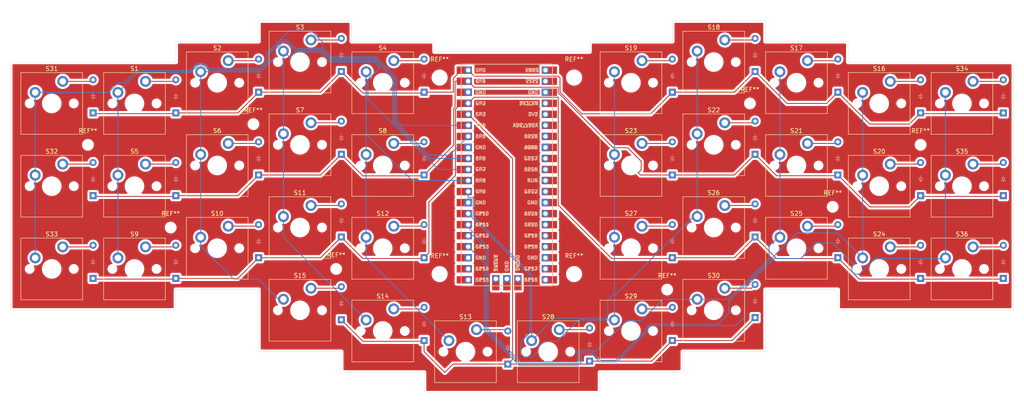
<source format=kicad_pcb>
(kicad_pcb (version 20240108) (generator "pcbnew") (generator_version "8.0")
  (layers (0 "F.Cu" signal) (31 "B.Cu" signal) (34 "B.Paste" user) (35 "F.Paste" user) (36 "B.SilkS" user "B.Silkscreen") (37 "F.SilkS" user "F.Silkscreen") (38 "B.Mask" user) (39 "F.Mask" user) (44 "Edge.Cuts" user))
  (net 0 "")
  (net 1 "/row0")
  (net 2 "Net-(D1-A)")
  (net 3 "Net-(D2-A)")
  (net 4 "Net-(D3-A)")
  (net 5 "Net-(D4-A)")
  (net 6 "Net-(D5-A)")
  (net 7 "/row1")
  (net 8 "Net-(D6-A)")
  (net 9 "Net-(D7-A)")
  (net 10 "Net-(D8-A)")
  (net 11 "/row2")
  (net 12 "Net-(D9-A)")
  (net 13 "Net-(D10-A)")
  (net 14 "Net-(D11-A)")
  (net 15 "Net-(D12-A)")
  (net 16 "/row3")
  (net 17 "Net-(D13-A)")
  (net 18 "Net-(D14-A)")
  (net 19 "Net-(D15-A)")
  (net 20 "Net-(D16-A)")
  (net 21 "Net-(D17-A)")
  (net 22 "Net-(D18-A)")
  (net 23 "Net-(D19-A)")
  (net 24 "Net-(D20-A)")
  (net 25 "Net-(D21-A)")
  (net 26 "Net-(D22-A)")
  (net 27 "Net-(D23-A)")
  (net 28 "Net-(D24-A)")
  (net 29 "Net-(D25-A)")
  (net 30 "Net-(D26-A)")
  (net 31 "Net-(D27-A)")
  (net 32 "Net-(D28-A)")
  (net 33 "Net-(D29-A)")
  (net 34 "Net-(D30-A)")
  (net 35 "Net-(D31-A)")
  (net 36 "Net-(D32-A)")
  (net 37 "Net-(D33-A)")
  (net 38 "Net-(D34-A)")
  (net 39 "Net-(D35-A)")
  (net 40 "Net-(D36-A)")
  (net 41 "/col1")
  (net 42 "/col2")
  (net 43 "/col3")
  (net 44 "/col4")
  (net 45 "/col8")
  (net 46 "/col7")
  (net 47 "/col6")
  (net 48 "/col5")
  (net 49 "/col0")
  (net 50 "/col9")
  (footprint "ScottoKeebs_MX:MX_PCB_1.00u" (layer "F.Cu") (at 164.1475 100.33)
    (property "Reference" "S29")
    (property "Value" "Keyswitch")
  )
  (footprint "MountingHole:MountingHole_2.2mm_M2" (layer "F.Cu") (at 58.181875 76.5175)
    (property "Reference" "REF**")
    (property "Value" "MountingHole_2.2mm_M2")
  )
  (footprint "ScottoKeebs_MX:MX_PCB_1.00u" (layer "F.Cu") (at 183.1975 57.4675)
    (property "Reference" "S22")
    (property "Value" "Keyswitch")
  )
  (footprint "ScottoKeebs_MX:MX_PCB_1.00u" (layer "F.Cu") (at 49.8475 66.9925)
    (property "Reference" "S5")
    (property "Value" "Keyswitch")
  )
  (footprint "ScottoKeebs_MX:MX_PCB_1.00u" (layer "F.Cu") (at 30.7975 86.0425)
    (property "Reference" "S33")
    (property "Value" "Keyswitch")
  )
  (footprint "ScottoKeebs_MX:MX_PCB_1.00u" (layer "F.Cu") (at 183.1975 95.5675)
    (property "Reference" "S30")
    (property "Value" "Keyswitch")
  )
  (footprint "ScottoKeebs_MX:MX_PCB_1.00u" (layer "F.Cu") (at 183.1975 76.5175)
    (property "Reference" "S26")
    (property "Value" "Keyswitch")
  )
  (footprint "MountingHole:MountingHole_2.2mm_M2" (layer "F.Cu") (at 39.131875 57.4675)
    (property "Reference" "REF**")
    (property "Value" "MountingHole_2.2mm_M2")
  )
  (footprint "ScottoKeebs_MX:MX_PCB_1.00u" (layer "F.Cu") (at 68.8975 43.18)
    (property "Reference" "S2")
    (property "Value" "Keyswitch")
  )
  (footprint "MountingHole:MountingHole_2.2mm_M2" (layer "F.Cu") (at 172.481875 90.805)
    (property "Reference" "REF**")
    (property "Value" "MountingHole_2.2mm_M2")
  )
  (footprint "ScottoKeebs_MX:MX_PCB_1.00u" (layer "F.Cu") (at 183.1975 38.4175)
    (property "Reference" "S18")
    (property "Value" "Keyswitch")
  )
  (footprint "ScottoKeebs_MX:MX_PCB_1.00u" (layer "F.Cu") (at 106.9975 100.33)
    (property "Reference" "S14")
    (property "Value" "Keyswitch")
  )
  (footprint "ScottoKeebs_MX:MX_PCB_1.00u" (layer "F.Cu") (at 87.9475 76.5175)
    (property "Reference" "S11")
    (property "Value" "Keyswitch")
  )
  (footprint "ScottoKeebs_MX:MX_PCB_1.00u" (layer "F.Cu") (at 164.1475 43.18)
    (property "Reference" "S19")
    (property "Value" "Keyswitch")
  )
  (footprint "ScottoKeebs_MX:MX_PCB_1.00u" (layer "F.Cu") (at 164.1475 62.23)
    (property "Reference" "S23")
    (property "Value" "Keyswitch")
  )
  (footprint "ScottoKeebs_MX:MX_PCB_1.00u" (layer "F.Cu") (at 106.9975 81.28)
    (property "Reference" "S12")
    (property "Value" "Keyswitch")
  )
  (footprint "ScottoKeebs_MX:MX_PCB_1.00u" (layer "F.Cu") (at 145.0975 105.0925)
    (property "Reference" "S28")
    (property "Value" "Keyswitch")
  )
  (footprint "ScottoKeebs_MX:MX_PCB_1.00u" (layer "F.Cu") (at 240.3475 66.9925)
    (property "Reference" "S35")
    (property "Value" "Keyswitch")
  )
  (footprint "ScottoKeebs_MX:MX_PCB_1.00u" (layer "F.Cu") (at 221.2975 47.9425)
    (property "Reference" "S16")
    (property "Value" "Keyswitch")
  )
  (footprint "MountingHole:MountingHole_3.2mm_M3" (layer "F.Cu") (at 151.050625 41.989375)
    (property "Reference" "REF**")
    (property "Value" "MountingHole_3.2mm_M3")
  )
  (footprint "ScottoKeebs_MX:MX_PCB_1.00u" (layer "F.Cu") (at 68.8975 81.28)
    (property "Reference" "S10")
    (property "Value" "Keyswitch")
  )
  (footprint "MountingHole:MountingHole_3.2mm_M3" (layer "F.Cu") (at 120.094375 87.233125)
    (property "Reference" "REF**")
    (property "Value" "MountingHole_3.2mm_M3")
  )
  (footprint "MountingHole:MountingHole_2.2mm_M2" (layer "F.Cu") (at 77.231875 52.705)
    (property "Reference" "REF**")
    (property "Value" "MountingHole_2.2mm_M2")
  )
  (footprint "ScottoKeebs_MX:MX_PCB_1.00u" (layer "F.Cu") (at 202.2475 81.28)
    (property "Reference" "S25")
    (property "Value" "Keyswitch")
  )
  (footprint "ScottoKeebs_MX:MX_PCB_1.00u" (layer "F.Cu") (at 87.9475 95.5675)
    (property "Reference" "S15")
    (property "Value" "Keyswitch")
  )
  (footprint "MountingHole:MountingHole_3.2mm_M3" (layer "F.Cu") (at 151.050625 87.233125)
    (property "Reference" "REF**")
    (property "Value" "MountingHole_3.2mm_M3")
  )
  (footprint "ScottoKeebs_MX:MX_PCB_1.00u" (layer "F.Cu") (at 221.2975 66.9925)
    (property "Reference" "S20")
    (property "Value" "Keyswitch")
  )
  (footprint "MountingHole:MountingHole_2.2mm_M2" (layer "F.Cu") (at 230.8225 57.4675)
    (property "Reference" "REF**")
    (property "Value" "MountingHole_2.2mm_M2")
  )
  (footprint "ScottoKeebs_MX:MX_PCB_1.00u" (layer "F.Cu") (at 221.2975 86.0425)
    (property "Reference" "S24")
    (property "Value" "Keyswitch")
  )
  (footprint "ScottoKeebs_MX:MX_PCB_1.00u" (layer "F.Cu") (at 202.2475 43.18)
    (property "Reference" "S17")
    (property "Value" "Keyswitch")
  )
  (footprint "ScottoKeebs_MX:MX_PCB_1.00u" (layer "F.Cu") (at 240.3475 47.9425)
    (property "Reference" "S34")
    (property "Value" "Keyswitch")
  )
  (footprint "ScottoKeebs_MX:MX_PCB_1.00u" (layer "F.Cu") (at 240.3475 86.0425)
    (property "Reference" "S36")
    (property "Value" "Keyswitch")
  )
  (footprint "ScottoKeebs_MX:MX_PCB_1.00u" (layer "F.Cu") (at 202.2475 62.23)
    (property "Reference" "S21")
    (property "Value" "Keyswitch")
  )
  (footprint "ScottoKeebs_MX:MX_PCB_1.00u" (layer "F.Cu") (at 87.9475 38.4175)
    (property "Reference" "S3")
    (property "Value" "Keyswitch")
  )
  (footprint "MountingHole:MountingHole_3.2mm_M3" (layer "F.Cu") (at 120.094375 41.989375)
    (property "Reference" "REF**")
    (property "Value" "MountingHole_3.2mm_M3")
  )
  (footprint "ScottoKeebs_MX:MX_PCB_1.00u" (layer "F.Cu") (at 49.8475 86.0425)
    (property "Reference" "S9")
    (property "Value" "Keyswitch")
  )
  (footprint "MountingHole:MountingHole_2.2mm_M2" (layer "F.Cu") (at 210.581875 71.755)
    (property "Reference" "REF**")
    (property "Value" "MountingHole_2.2mm_M2")
  )
  (footprint "ScottoKeebs_MX:MX_PCB_1.00u" (layer "F.Cu") (at 49.8475 47.9425)
    (property "Reference" "S1")
    (property "Value" "Keyswitch")
  )
  (footprint "ScottoKeebs_MX:MX_PCB_1.00u" (layer "F.Cu") (at 87.9475 57.4675)
    (property "Reference" "S7")
    (property "Value" "Keyswitch")
  )
  (footprint "ScottoKeebs_MX:MX_PCB_1.00u" (layer "F.Cu") (at 30.7975 66.9925)
    (property "Reference" "S32")
    (property "Value" "Keyswitch")
  )
  (footprint "ScottoKeebs_MX:MX_PCB_1.00u" (layer "F.Cu") (at 106.9975 43.18)
    (property "Reference" "S4")
    (property "Value" "Keyswitch")
  )
  (footprint "ScottoKeebs_MX:MX_PCB_1.00u" (layer "F.Cu") (at 106.9975 62.23)
    (property "Reference" "S8")
    (property "Value" "Keyswitch")
  )
  (footprint "ScottoKeebs_MX:MX_PCB_1.00u" (layer "F.Cu") (at 126.0475 105.0925)
    (property "Reference" "S13")
    (property "Value" "Keyswitch")
  )
  (footprint "ScottoKeebs_MX:MX_PCB_1.00u" (layer "F.Cu") (at 68.8975 62.23)
    (property "Reference" "S6")
    (property "Value" "Keyswitch")
  )
  (footprint "MountingHole:MountingHole_2.2mm_M2" (layer "F.Cu") (at 191.531875 47.9425)
    (property "Reference" "REF**")
    (property "Value" "MountingHole_2.2mm_M2")
  )
  (footprint "ScottoKeebs_MX:MX_PCB_1.00u" (layer "F.Cu") (at 30.7975 47.9425)
    (property "Reference" "S31")
    (property "Value" "Keyswitch")
  )
  (footprint "ScottoKeebs_MCU:Raspberry_Pi_Pico" (layer "F.Cu") (at 135.5725 64.4175)
    (property "Reference" "U1" (hide yes))
    (property "Value" "Raspberry_Pi_Pico" (hide yes))
  )
  (footprint "ScottoKeebs_MX:MX_PCB_1.00u" (layer "F.Cu") (at 164.1475 81.28)
    (property "Reference" "S27")
    (property "Value" "Keyswitch")
  )
  (footprint "MountingHole:MountingHole_2.2mm_M2" (layer "F.Cu") (at 96.281875 86.0425)
    (property "Reference" "REF**")
    (property "Value" "MountingHole_2.2mm_M2")
  )
  (footprint "ScottoKeebs_Components:Diode_DO-35" (layer "B.Cu") (at 116.5225 64.40875 90)
    (property "Reference" "D8" (hide yes))
    (property "Value" "Diode" (hide yes))
  )
  (footprint "ScottoKeebs_Components:Diode_DO-35" (layer "B.Cu") (at 192.7225 59.64625 90)
    (property "Reference" "D22" (hide yes))
    (property "Value" "Diode" (hide yes))
  )
  (footprint "ScottoKeebs_Components:Diode_DO-35" (layer "B.Cu") (at 59.3725 69.17125 90)
    (property "Reference" "D5" (hide yes))
    (property "Value" "Diode" (hide yes))
  )
  (footprint "ScottoKeebs_Components:Diode_DO-35" (layer "B.Cu") (at 173.6725 45.35875 90)
    (property "Reference" "D19" (hide yes))
    (property "Value" "Diode" (hide yes))
  )
  (footprint "ScottoKeebs_Components:Diode_DO-35" (layer "B.Cu") (at 211.7725 64.40875 90)
    (property "Reference" "D21" (hide yes))
    (property "Value" "Diode" (hide yes))
  )
  (footprint "ScottoKeebs_Components:Diode_DO-35" (layer "B.Cu") (at 78.4225 64.40875 90)
    (property "Reference" "D6" (hide yes))
    (property "Value" "Diode" (hide yes))
  )
  (footprint "ScottoKeebs_Components:Diode_DO-35" (layer "B.Cu") (at 192.7225 40.59625 90)
    (property "Reference" "D18" (hide yes))
    (property "Value" "Diode" (hide yes))
  )
  (footprint "ScottoKeebs_Components:Diode_DO-35" (layer "B.Cu") (at 116.5225 83.45875 90)
    (property "Reference" "D12" (hide yes))
    (property "Value" "Diode" (hide yes))
  )
  (footprint "ScottoKeebs_Components:Diode_DO-35" (layer "B.Cu") (at 97.4725 59.64625 90)
    (property "Reference" "D7" (hide yes))
    (property "Value" "Diode" (hide yes))
  )
  (footprint "ScottoKeebs_Components:Diode_DO-35" (layer "B.Cu") (at 40.3225 50.12125 90)
    (property "Reference" "D31" (hide yes))
    (property "Value" "Diode" (hide yes))
  )
  (footprint "ScottoKeebs_Components:Diode_DO-35" (layer "B.Cu") (at 116.5225 45.35875 90)
    (property "Reference" "D4" (hide yes))
    (property "Value" "Diode" (hide yes))
  )
  (footprint "ScottoKeebs_Components:Diode_DO-35" (layer "B.Cu") (at 97.4725 97.74625 90)
    (property "Reference" "D15" (hide yes))
    (property "Value" "Diode" (hide yes))
  )
  (footprint "ScottoKeebs_Components:Diode_DO-35" (layer "B.Cu") (at 192.7225 97.24625 90)
    (property "Reference" "D30" (hide yes))
    (property "Value" "Diode" (hide yes))
  )
  (footprint "ScottoKeebs_Components:Diode_DO-35" (layer "B.Cu") (at 211.7725 83.45875 90)
    (property "Reference" "D25" (hide yes))
    (property "Value" "Diode" (hide yes))
  )
  (footprint "ScottoKeebs_Components:Diode_DO-35" (layer "B.Cu") (at 173.6725 64.40875 90)
    (property "Reference" "D23" (hide yes))
    (property "Value" "Diode" (hide yes))
  )
  (footprint "ScottoKeebs_Components:Diode_DO-35" (layer "B.Cu") (at 249.8725 50.12125 90)
    (property "Reference" "D34" (hide yes))
    (property "Value" "Diode" (hide yes))
  )
  (footprint "ScottoKeebs_Components:Diode_DO-35" (layer "B.Cu") (at 135.79125 107.95 90)
    (property "Reference" "D13" (hide yes))
    (property "Value" "Diode" (hide yes))
  )
  (footprint "ScottoKeebs_Components:Diode_DO-35" (layer "B.Cu") (at 59.3725 88.22125 90)
    (property "Reference" "D9" (hide yes))
    (property "Value" "Diode" (hide yes))
  )
  (footprint "ScottoKeebs_Components:Diode_DO-35" (layer "B.Cu") (at 230.8225 88.22125 90)
    (property "Reference" "D24" (hide yes))
    (property "Value" "Diode" (hide yes))
  )
  (footprint "ScottoKeebs_Components:Diode_DO-35" (layer "B.Cu") (at 40.3225 69.17125 90)
    (property "Reference" "D32" (hide yes))
    (property "Value" "Diode" (hide yes))
  )
  (footprint "ScottoKeebs_Components:Diode_DO-35" (layer "B.Cu") (at 211.7725 45.35875 90)
    (property "Reference" "D17" (hide yes))
    (property "Value" "Diode" (hide yes))
  )
  (footprint "ScottoKeebs_Components:Diode_DO-35" (layer "B.Cu") (at 173.6725 83.45875 90)
    (property "Reference" "D27" (hide yes))
    (property "Value" "Diode" (hide yes))
  )
  (footprint "ScottoKeebs_Components:Diode_DO-35" (layer "B.Cu") (at 116.5225 102.50875 90)
    (property "Reference" "D14" (hide yes))
    (property "Value" "Diode" (hide yes))
  )
  (footprint "ScottoKeebs_Components:Diode_DO-35" (layer "B.Cu") (at 249.8725 88.22125 90)
    (property "Reference" "D36" (hide yes))
    (property "Value" "Diode" (hide yes))
  )
  (footprint "ScottoKeebs_Components:Diode_DO-35" (layer "B.Cu") (at 78.4225 83.45875 90)
    (property "Reference" "D10" (hide yes))
    (property "Value" "Diode" (hide yes))
  )
  (footprint "ScottoKeebs_Components:Diode_DO-35" (layer "B.Cu") (at 78.4225 45.35875 90)
    (property "Reference" "D2" (hide yes))
    (property "Value" "Diode" (hide yes))
  )
  (footprint "ScottoKeebs_Components:Diode_DO-35" (layer "B.Cu") (at 249.8725 69.17125 90)
    (property "Reference" "D35" (hide yes))
    (property "Value" "Diode" (hide yes))
  )
  (footprint "ScottoKeebs_Components:Diode_DO-35" (layer "B.Cu") (at 230.8225 50.12125 90)
    (property "Reference" "D16" (hide yes))
    (property "Value" "Diode" (hide yes))
  )
  (footprint "ScottoKeebs_Components:Diode_DO-35" (layer "B.Cu") (at 192.7225 78.69625 90)
    (property "Reference" "D26" (hide yes))
    (property "Value" "Diode" (hide yes))
  )
  (footprint "ScottoKeebs_Components:Diode_DO-35" (layer "B.Cu") (at 59.3725 50.12125 90)
    (property "Reference" "D1" (hide yes))
    (property "Value" "Diode" (hide yes))
  )
  (footprint "ScottoKeebs_Components:Diode_DO-35" (layer "B.Cu") (at 230.8225 69.17125 90)
    (property "Reference" "D20" (hide yes))
    (property "Value" "Diode" (hide yes))
  )
  (footprint "ScottoKeebs_Components:Diode_DO-35" (layer "B.Cu") (at 154.6225 107.27125 90)
    (property "Reference" "D28" (hide yes))
    (property "Value" "Diode" (hide yes))
  )
  (footprint "ScottoKeebs_Components:Diode_DO-35" (layer "B.Cu") (at 97.4725 78.69625 90)
    (property "Reference" "D11" (hide yes))
    (property "Value" "Diode" (hide yes))
  )
  (footprint "ScottoKeebs_Components:Diode_DO-35" (layer "B.Cu") (at 97.4725 40.59625 90)
    (property "Reference" "D3" (hide yes))
    (property "Value" "Diode" (hide yes))
  )
  (footprint "ScottoKeebs_Components:Diode_DO-35" (layer "B.Cu") (at 173.6725 102.50875 90)
    (property "Reference" "D29" (hide yes))
    (property "Value" "Diode" (hide yes))
  )
  (footprint "ScottoKeebs_Components:Diode_DO-35" (layer "B.Cu") (at 40.3225 88.22125 90)
    (property "Reference" "D33" (hide yes))
    (property "Value" "Diode" (hide yes))
  )
  (gr_line (start 97.4725 28.8925) (end 99.85375 28.8925) (stroke (width 0.05)) (layer "Edge.Cuts"))
  (gr_line (start 211.7725 90.805) (end 195.10375 90.805) (stroke (width 0.05)) (layer "Edge.Cuts"))
  (gr_line (start 59.3725 95.5675) (end 21.2725 95.5675) (stroke (width 0.05)) (layer "Edge.Cuts"))
  (gr_line (start 59.3725 38.4175) (end 59.3725 33.655) (stroke (width 0.05)) (layer "Edge.Cuts"))
  (gr_line (start 211.7725 95.5675) (end 211.7725 90.805) (stroke (width 0.05)) (layer "Edge.Cuts"))
  (gr_line (start 59.3725 33.655) (end 78.4225 33.655) (stroke (width 0.05)) (layer "Edge.Cuts"))
  (gr_line (start 118.90375 33.655) (end 118.90375 36.03625) (stroke (width 0.05)) (layer "Edge.Cuts"))
  (gr_line (start 214.15375 33.655) (end 214.15375 38.4175) (stroke (width 0.05)) (layer "Edge.Cuts"))
  (gr_line (start 252.25375 95.5675) (end 211.7725 95.5675) (stroke (width 0.05)) (layer "Edge.Cuts"))
  (gr_line (start 154.6225 36.03625) (end 154.6225 33.655) (stroke (width 0.05)) (layer "Edge.Cuts"))
  (gr_line (start 195.10375 33.655) (end 214.15375 33.655) (stroke (width 0.05)) (layer "Edge.Cuts"))
  (gr_line (start 78.4225 105.0925) (end 78.4225 90.805) (stroke (width 0.05)) (layer "Edge.Cuts"))
  (gr_line (start 173.6725 28.8925) (end 192.7225 28.8925) (stroke (width 0.05)) (layer "Edge.Cuts"))
  (gr_line (start 97.4725 105.0925) (end 78.4225 105.0925) (stroke (width 0.05)) (layer "Edge.Cuts"))
  (gr_line (start 195.10375 28.8925) (end 195.10375 33.655) (stroke (width 0.05)) (layer "Edge.Cuts"))
  (gr_line (start 78.4225 33.655) (end 78.4225 28.8925) (stroke (width 0.05)) (layer "Edge.Cuts"))
  (gr_line (start 173.6725 33.655) (end 154.6225 33.655) (stroke (width 0.05)) (layer "Edge.Cuts"))
  (gr_line (start 118.90375 36.03625) (end 154.6225 36.03625) (stroke (width 0.05)) (layer "Edge.Cuts"))
  (gr_line (start 195.10375 90.805) (end 195.10375 105.0925) (stroke (width 0.05)) (layer "Edge.Cuts"))
  (gr_line (start 157.00375 114.6175) (end 116.5225 114.6175) (stroke (width 0.05)) (layer "Edge.Cuts"))
  (gr_line (start 157.00375 109.855) (end 157.00375 114.6175) (stroke (width 0.05)) (layer "Edge.Cuts"))
  (gr_line (start 97.4725 109.855) (end 97.4725 105.0925) (stroke (width 0.05)) (layer "Edge.Cuts"))
  (gr_line (start 173.6725 33.655) (end 173.6725 28.8925) (stroke (width 0.05)) (layer "Edge.Cuts"))
  (gr_line (start 252.25375 38.4175) (end 252.25375 95.5675) (stroke (width 0.05)) (layer "Edge.Cuts"))
  (gr_line (start 176.05375 109.855) (end 157.00375 109.855) (stroke (width 0.05)) (layer "Edge.Cuts"))
  (gr_line (start 116.5225 114.6175) (end 116.5225 109.855) (stroke (width 0.05)) (layer "Edge.Cuts"))
  (gr_line (start 116.5225 109.855) (end 97.4725 109.855) (stroke (width 0.05)) (layer "Edge.Cuts"))
  (gr_line (start 176.05375 105.0925) (end 176.05375 109.855) (stroke (width 0.05)) (layer "Edge.Cuts"))
  (gr_line (start 78.4225 28.8925) (end 97.4725 28.8925) (stroke (width 0.05)) (layer "Edge.Cuts"))
  (gr_line (start 195.10375 105.0925) (end 176.05375 105.0925) (stroke (width 0.05)) (layer "Edge.Cuts"))
  (gr_line (start 214.15375 38.4175) (end 252.25375 38.4175) (stroke (width 0.05)) (layer "Edge.Cuts"))
  (gr_line (start 59.3725 90.805) (end 59.3725 95.5675) (stroke (width 0.05)) (layer "Edge.Cuts"))
  (gr_line (start 99.85375 33.655) (end 118.90375 33.655) (stroke (width 0.05)) (layer "Edge.Cuts"))
  (gr_line (start 21.2725 95.5675) (end 21.2725 38.4175) (stroke (width 0.05)) (layer "Edge.Cuts"))
  (gr_line (start 99.85375 28.8925) (end 99.85375 33.655) (stroke (width 0.05)) (layer "Edge.Cuts"))
  (gr_line (start 192.7225 28.8925) (end 195.10375 28.8925) (stroke (width 0.05)) (layer "Edge.Cuts"))
  (gr_line (start 78.4225 90.805) (end 59.3725 90.805) (stroke (width 0.05)) (layer "Edge.Cuts"))
  (gr_line (start 21.2725 38.4175) (end 59.3725 38.4175) (stroke (width 0.05)) (layer "Edge.Cuts"))
  (segment (start 92.71 45.35875) (end 97.4725 40.59625) (width 0.2) (layer "F.Cu") (net 1))
  (segment (start 116.5225 45.35875) (end 123.26625 45.35875) (width 0.2) (layer "F.Cu") (net 1))
  (segment (start 128.0725 41.6775) (end 126.6825 40.2875) (width 0.2) (layer "F.Cu") (net 1))
  (segment (start 59.3725 50.12125) (end 73.66 50.12125) (width 0.2) (layer "F.Cu") (net 1))
  (segment (start 147.8125 42.0775) (end 147.4125 41.6775) (width 0.2) (layer "F.Cu") (net 1))
  (segment (start 209.18875 47.9425) (end 211.7725 45.35875) (width 0.2) (layer "F.Cu") (net 1))
  (segment (start 249.70125 50.2925) (end 249.8725 50.12125) (width 0.2) (layer "F.Cu") (net 1))
  (segment (start 173.6725 45.35875) (end 187.96 45.35875) (width 0.2) (layer "F.Cu") (net 1))
  (segment (start 187.96 45.35875) (end 192.7225 40.59625) (width 0.2) (layer "F.Cu") (net 1))
  (segment (start 168.7075 50.32375) (end 152.806936 50.32375) (width 0.2) (layer "F.Cu") (net 1))
  (segment (start 192.7225 40.59625) (end 200.06875 47.9425) (width 0.2) (layer "F.Cu") (net 1))
  (segment (start 123.26625 45.35875) (end 123.26625 42.14375) (width 0.2) (layer "F.Cu") (net 1))
  (segment (start 173.6725 45.35875) (end 168.7075 50.32375) (width 0.2) (layer "F.Cu") (net 1))
  (segment (start 97.4725 40.59625) (end 102.4375 45.56125) (width 0.2) (layer "F.Cu") (net 1))
  (segment (start 147.8125 45.329314) (end 147.8125 42.0775) (width 0.2) (layer "F.Cu") (net 1))
  (segment (start 78.4225 45.35875) (end 92.71 45.35875) (width 0.2) (layer "F.Cu") (net 1))
  (segment (start 116.32 45.56125) (end 116.5225 45.35875) (width 0.2) (layer "F.Cu") (net 1))
  (segment (start 219.11875 52.705) (end 228.23875 52.705) (width 0.2) (layer "F.Cu") (net 1))
  (segment (start 40.49375 50.2925) (end 59.20125 50.2925) (width 0.2) (layer "F.Cu") (net 1))
  (segment (start 102.4375 45.56125) (end 116.32 45.56125) (width 0.2) (layer "F.Cu") (net 1))
  (segment (start 228.23875 52.705) (end 230.8225 50.12125) (width 0.2) (layer "F.Cu") (net 1))
  (segment (start 40.3225 50.12125) (end 40.49375 50.2925) (width 0.2) (layer "F.Cu") (net 1))
  (segment (start 200.06875 47.9425) (end 209.18875 47.9425) (width 0.2) (layer "F.Cu") (net 1))
  (segment (start 123.26625 42.14375) (end 125.1225 40.2875) (width 0.2) (layer "F.Cu") (net 1))
  (segment (start 230.99375 50.2925) (end 249.70125 50.2925) (width 0.2) (layer "F.Cu") (net 1))
  (segment (start 73.66 50.12125) (end 78.4225 45.35875) (width 0.2) (layer "F.Cu") (net 1))
  (segment (start 230.8225 50.12125) (end 230.99375 50.2925) (width 0.2) (layer "F.Cu") (net 1))
  (segment (start 152.806936 50.32375) (end 147.8125 45.329314) (width 0.2) (layer "F.Cu") (net 1))
  (segment (start 59.20125 50.2925) (end 59.3725 50.12125) (width 0.2) (layer "F.Cu") (net 1))
  (segment (start 125.1225 40.2875) (end 126.6825 40.2875) (width 0.2) (layer "F.Cu") (net 1))
  (segment (start 211.7725 45.35875) (end 219.11875 52.705) (width 0.2) (layer "F.Cu") (net 1))
  (segment (start 147.4125 41.6775) (end 128.0725 41.6775) (width 0.2) (layer "F.Cu") (net 1))
  (segment (start 52.3875 42.8625) (end 59.01125 42.8625) (width 0.2) (layer "F.Cu") (net 2))
  (segment (start 59.01125 42.8625) (end 59.3725 42.50125) (width 0.2) (layer "F.Cu") (net 2))
  (segment (start 71.4375 38.1) (end 78.06125 38.1) (width 0.2) (layer "F.Cu") (net 3))
  (segment (start 78.06125 38.1) (end 78.4225 37.73875) (width 0.2) (layer "F.Cu") (net 3))
  (segment (start 97.11125 33.3375) (end 97.4725 32.97625) (width 0.2) (layer "F.Cu") (net 4))
  (segment (start 90.4875 33.3375) (end 97.11125 33.3375) (width 0.2) (layer "F.Cu") (net 4))
  (segment (start 116.16125 38.1) (end 116.5225 37.73875) (width 0.2) (layer "F.Cu") (net 5))
  (segment (start 109.5375 38.1) (end 116.16125 38.1) (width 0.2) (layer "F.Cu") (net 5))
  (segment (start 52.3875 61.9125) (end 59.01125 61.9125) (width 0.2) (layer "F.Cu") (net 6))
  (segment (start 59.01125 61.9125) (end 59.3725 61.55125) (width 0.2) (layer "F.Cu") (net 6))
  (segment (start 211.60125 64.58) (end 211.7725 64.40875) (width 0.2) (layer "F.Cu") (net 7))
  (segment (start 173.6725 64.40875) (end 166.32625 64.40875) (width 0.2) (layer "F.Cu") (net 7))
  (segment (start 165.809201 63.891701) (end 166.4975 63.203402) (width 0.2) (layer "F.Cu") (net 7))
  (segment (start 163.380902 58.14) (end 160.0575 58.14) (width 0.2) (layer "F.Cu") (net 7))
  (segment (start 228.23875 71.755) (end 230.8225 69.17125) (width 0.2) (layer "F.Cu") (net 7))
  (segment (start 166.4975 61.256598) (end 163.380902 58.14) (width 0.2) (layer "F.Cu") (net 7))
  (segment (start 116.5225 64.40875) (end 123.3325 57.59875) (width 0.2) (layer "F.Cu") (net 7))
  (segment (start 40.49375 69.3425) (end 59.20125 69.3425) (width 0.2) (layer "F.Cu") (net 7))
  (segment (start 249.70125 69.3425) (end 249.8725 69.17125) (width 0.2) (layer "F.Cu") (net 7))
  (segment (start 123.3325 57.59875) (end 123.3325 49.131814) (width 0.2) (layer "F.Cu") (net 7))
  (segment (start 116.32 64.61125) (end 116.5225 64.40875) (width 0.2) (layer "F.Cu") (net 7))
  (segment (start 166.32625 64.40875) (end 165.809201 63.891701) (width 0.2) (layer "F.Cu") (net 7))
  (segment (start 123.66625 48.798064) (end 123.66625 42.8275) (width 0.2) (layer "F.Cu") (net 7))
  (segment (start 78.4225 64.40875) (end 92.71 64.40875) (width 0.2) (layer "F.Cu") (net 7))
  (segment (start 123.3325 49.131814) (end 123.66625 48.798064) (width 0.2) (layer "F.Cu") (net 7))
  (segment (start 147.4125 44.2175) (end 128.0725 44.2175) (width 0.2) (layer "F.Cu") (net 7))
  (segment (start 123.66625 42.8275) (end 126.6825 42.8275) (width 0.2) (layer "F.Cu") (net 7))
  (segment (start 59.3725 69.17125) (end 73.66 69.17125) (width 0.2) (layer "F.Cu") (net 7))
  (segment (start 166.4975 63.203402) (end 166.4975 61.256598) (width 0.2) (layer "F.Cu") (net 7))
  (segment (start 197.65625 64.58) (end 211.60125 64.58) (width 0.2) (layer "F.Cu") (net 7))
  (segment (start 40.3225 69.17125) (end 40.49375 69.3425) (width 0.2) (layer "F.Cu") (net 7))
  (segment (start 230.99375 69.3425) (end 249.70125 69.3425) (width 0.2) (layer "F.Cu") (net 7))
  (segment (start 219.11875 71.755) (end 228.23875 71.755) (width 0.2) (layer "F.Cu") (net 7))
  (segment (start 92.71 64.40875) (end 97.4725 59.64625) (width 0.2) (layer "F.Cu") (net 7))
  (segment (start 187.96 64.40875) (end 192.7225 59.64625) (width 0.2) (layer "F.Cu") (net 7))
  (segment (start 173.6725 64.40875) (end 187.96 64.40875) (width 0.2) (layer "F.Cu") (net 7))
  (segment (start 102.4375 64.61125) (end 116.32 64.61125) (width 0.2) (layer "F.Cu") (net 7))
  (segment (start 73.66 69.17125) (end 78.4225 64.40875) (width 0.2) (layer "F.Cu") (net 7))
  (segment (start 59.20125 69.3425) (end 59.3725 69.17125) (width 0.2) (layer "F.Cu") (net 7))
  (segment (start 147.4125 45.495) (end 147.4125 44.2175) (width 0.2) (layer "F.Cu") (net 7))
  (segment (start 192.7225 59.64625) (end 197.65625 64.58) (width 0.2) (layer "F.Cu") (net 7))
  (segment (start 160.0575 58.14) (end 147.4125 45.495) (width 0.2) (layer "F.Cu") (net 7))
  (segment (start 97.4725 59.64625) (end 102.4375 64.61125) (width 0.2) (layer "F.Cu") (net 7))
  (segment (start 128.0725 44.2175) (end 126.6825 42.8275) (width 0.2) (layer "F.Cu") (net 7))
  (segment (start 230.8225 69.17125) (end 230.99375 69.3425) (width 0.2) (layer "F.Cu") (net 7))
  (segment (start 211.7725 64.40875) (end 219.11875 71.755) (width 0.2) (layer "F.Cu") (net 7))
  (segment (start 71.4375 57.15) (end 78.06125 57.15) (width 0.2) (layer "F.Cu") (net 8))
  (segment (start 78.06125 57.15) (end 78.4225 56.78875) (width 0.2) (layer "F.Cu") (net 8))
  (segment (start 97.11125 52.3875) (end 97.4725 52.02625) (width 0.2) (layer "F.Cu") (net 9))
  (segment (start 90.4875 52.3875) (end 97.11125 52.3875) (width 0.2) (layer "F.Cu") (net 9))
  (segment (start 116.16125 57.15) (end 116.5225 56.78875) (width 0.2) (layer "F.Cu") (net 10))
  (segment (start 109.5375 57.15) (end 116.16125 57.15) (width 0.2) (layer "F.Cu") (net 10))
  (segment (start 197.6875 83.66125) (end 211.57 83.66125) (width 0.2) (layer "F.Cu") (net 11))
  (segment (start 40.3225 88.22125) (end 40.49375 88.3925) (width 0.2) (layer "F.Cu") (net 11))
  (segment (start 147.4125 46.5175) (end 128.0725 46.5175) (width 0.2) (layer "F.Cu") (net 11))
  (segment (start 230.99375 88.3925) (end 249.70125 88.3925) (width 0.2) (layer "F.Cu") (net 11))
  (segment (start 117.6225 70.655) (end 123.7325 64.545) (width 0.2) (layer "F.Cu") (net 11))
  (segment (start 192.7225 78.69625) (end 197.6875 83.66125) (width 0.2) (layer "F.Cu") (net 11))
  (segment (start 123.7325 64.545) (end 123.7325 49.2975) (width 0.2) (layer "F.Cu") (net 11))
  (segment (start 211.7725 83.45875) (end 216.70625 88.3925) (width 0.2) (layer "F.Cu") (net 11))
  (segment (start 59.20125 88.3925) (end 59.3725 88.22125) (width 0.2) (layer "F.Cu") (net 11))
  (segment (start 211.57 83.66125) (end 211.7725 83.45875) (width 0.2) (layer "F.Cu") (net 11))
  (segment (start 230.65125 88.3925) (end 230.8225 88.22125) (width 0.2) (layer "F.Cu") (net 11))
  (segment (start 116.35125 83.63) (end 116.5225 83.45875) (width 0.2) (layer "F.Cu") (net 11))
  (segment (start 230.8225 88.22125) (end 230.99375 88.3925) (width 0.2) (layer "F.Cu") (net 11))
  (segment (start 78.4225 83.45875) (end 92.71 83.45875) (width 0.2) (layer "F.Cu") (net 11))
  (segment (start 40.49375 88.3925) (end 59.20125 88.3925) (width 0.2) (layer "F.Cu") (net 11))
  (segment (start 249.70125 88.3925) (end 249.8725 88.22125) (width 0.2) (layer "F.Cu") (net 11))
  (segment (start 216.70625 88.3925) (end 230.65125 88.3925) (width 0.2) (layer "F.Cu") (net 11))
  (segment (start 117.6225 82.35875) (end 117.6225 70.655) (width 0.2) (layer "F.Cu") (net 11))
  (segment (start 102.40625 83.63) (end 116.35125 83.63) (width 0.2) (layer "F.Cu") (net 11))
  (segment (start 173.6725 83.45875) (end 187.96 83.45875) (width 0.2) (layer "F.Cu") (net 11))
  (segment (start 187.96 83.45875) (end 192.7225 78.69625) (width 0.2) (layer "F.Cu") (net 11))
  (segment (start 97.4725 78.69625) (end 102.40625 83.63) (width 0.2) (layer "F.Cu") (net 11))
  (segment (start 173.6725 83.45875) (end 173.50125 83.63) (width 0.2) (layer "F.Cu") (net 11))
  (segment (start 147.4125 71.357412) (end 147.4125 46.5175) (width 0.2) (layer "F.Cu") (net 11))
  (segment (start 123.7325 49.2975) (end 125.1225 47.9075) (width 0.2) (layer "F.Cu") (net 11))
  (segment (start 116.5225 83.45875) (end 117.6225 82.35875) (width 0.2) (layer "F.Cu") (net 11))
  (segment (start 128.0725 46.5175) (end 126.6825 47.9075) (width 0.2) (layer "F.Cu") (net 11))
  (segment (start 73.66 88.22125) (end 78.4225 83.45875) (width 0.2) (layer "F.Cu") (net 11))
  (segment (start 92.71 83.45875) (end 97.4725 78.69625) (width 0.2) (layer "F.Cu") (net 11))
  (segment (start 159.685088 83.63) (end 147.4125 71.357412) (width 0.2) (layer "F.Cu") (net 11))
  (segment (start 125.1225 47.9075) (end 126.6825 47.9075) (width 0.2) (layer "F.Cu") (net 11))
  (segment (start 173.50125 83.63) (end 159.685088 83.63) (width 0.2) (layer "F.Cu") (net 11))
  (segment (start 59.3725 88.22125) (end 73.66 88.22125) (width 0.2) (layer "F.Cu") (net 11))
  (segment (start 52.3875 80.9625) (end 59.01125 80.9625) (width 0.2) (layer "F.Cu") (net 12))
  (segment (start 59.01125 80.9625) (end 59.3725 80.60125) (width 0.2) (layer "F.Cu") (net 12))
  (segment (start 71.4375 76.2) (end 78.06125 76.2) (width 0.2) (layer "F.Cu") (net 13))
  (segment (start 78.06125 76.2) (end 78.4225 75.83875) (width 0.2) (layer "F.Cu") (net 13))
  (segment (start 90.4875 71.4375) (end 97.11125 71.4375) (width 0.2) (layer "F.Cu") (net 14))
  (segment (start 97.11125 71.4375) (end 97.4725 71.07625) (width 0.2) (layer "F.Cu") (net 14))
  (segment (start 109.5375 76.2) (end 116.16125 76.2) (width 0.2) (layer "F.Cu") (net 15))
  (segment (start 116.16125 76.2) (end 116.5225 75.83875) (width 0.2) (layer "F.Cu") (net 15))
  (segment (start 123.19 107.95) (end 135.79125 107.95) (width 0.2) (layer "F.Cu") (net 16))
  (segment (start 136.89125 106.85) (end 136.89125 60.65625) (width 0.2) (layer "F.Cu") (net 16))
  (segment (start 136.89125 60.65625) (end 126.6825 50.4475) (width 0.2) (layer "F.Cu") (net 16))
  (segment (start 168.91 107.27125) (end 173.6725 102.50875) (width 0.2) (layer "F.Cu") (net 16))
  (segment (start 173.6725 102.50875) (end 187.46 102.50875) (width 0.2) (layer "F.Cu") (net 16))
  (segment (start 135.79125 107.95) (end 153.94375 107.95) (width 0.2) (layer "F.Cu") (net 16))
  (segment (start 102.4375 102.71125) (end 116.32 102.71125) (width 0.2) (layer "F.Cu") (net 16))
  (segment (start 116.5225 102.50875) (end 116.5225 105.0925) (width 0.2) (layer "F.Cu") (net 16))
  (segment (start 153.94375 107.95) (end 154.6225 107.27125) (width 0.2) (layer "F.Cu") (net 16))
  (segment (start 135.79125 107.95) (end 136.89125 106.85) (width 0.2) (layer "F.Cu") (net 16))
  (segment (start 116.32 102.71125) (end 116.5225 102.50875) (width 0.2) (layer "F.Cu") (net 16))
  (segment (start 154.6225 107.27125) (end 168.91 107.27125) (width 0.2) (layer "F.Cu") (net 16))
  (segment (start 116.5225 105.0925) (end 121.285 109.855) (width 0.2) (layer "F.Cu") (net 16))
  (segment (start 121.285 109.855) (end 123.19 107.95) (width 0.2) (layer "F.Cu") (net 16))
  (segment (start 187.46 102.50875) (end 192.7225 97.24625) (width 0.2) (layer "F.Cu") (net 16))
  (segment (start 97.4725 97.74625) (end 102.4375 102.71125) (width 0.2) (layer "F.Cu") (net 16))
  (segment (start 135.47375 100.0125) (end 135.79125 100.33) (width 0.2) (layer "F.Cu") (net 17))
  (segment (start 128.5875 100.0125) (end 135.47375 100.0125) (width 0.2) (layer "F.Cu") (net 17))
  (segment (start 109.5375 95.25) (end 116.16125 95.25) (width 0.2) (layer "F.Cu") (net 18))
  (segment (start 116.16125 95.25) (end 116.5225 94.88875) (width 0.2) (layer "F.Cu") (net 18))
  (segment (start 90.4875 90.4875) (end 97.11125 90.4875) (width 0.2) (layer "F.Cu") (net 19))
  (segment (start 97.11125 90.4875) (end 97.4725 90.12625) (width 0.2) (layer "F.Cu") (net 19))
  (segment (start 230.46125 42.8625) (end 230.8225 42.50125) (width 0.2) (layer "F.Cu") (net 20))
  (segment (start 223.8375 42.8625) (end 230.46125 42.8625) (width 0.2) (layer "F.Cu") (net 20))
  (segment (start 211.41125 38.1) (end 211.7725 37.73875) (width 0.2) (layer "F.Cu") (net 21))
  (segment (start 204.7875 38.1) (end 211.41125 38.1) (width 0.2) (layer "F.Cu") (net 21))
  (segment (start 192.36125 33.3375) (end 192.7225 32.97625) (width 0.2) (layer "F.Cu") (net 22))
  (segment (start 185.7375 33.3375) (end 192.36125 33.3375) (width 0.2) (layer "F.Cu") (net 22))
  (segment (start 166.6875 38.1) (end 173.31125 38.1) (width 0.2) (layer "F.Cu") (net 23))
  (segment (start 173.31125 38.1) (end 173.6725 37.73875) (width 0.2) (layer "F.Cu") (net 23))
  (segment (start 223.8375 61.9125) (end 230.46125 61.9125) (width 0.2) (layer "F.Cu") (net 24))
  (segment (start 230.46125 61.9125) (end 230.8225 61.55125) (width 0.2) (layer "F.Cu") (net 24))
  (segment (start 204.7875 57.15) (end 211.41125 57.15) (width 0.2) (layer "F.Cu") (net 25))
  (segment (start 211.41125 57.15) (end 211.7725 56.78875) (width 0.2) (layer "F.Cu") (net 25))
  (segment (start 185.7375 52.3875) (end 192.36125 52.3875) (width 0.2) (layer "F.Cu") (net 26))
  (segment (start 192.36125 52.3875) (end 192.7225 52.02625) (width 0.2) (layer "F.Cu") (net 26))
  (segment (start 166.6875 57.15) (end 173.31125 57.15) (width 0.2) (layer "F.Cu") (net 27))
  (segment (start 173.31125 57.15) (end 173.6725 56.78875) (width 0.2) (layer "F.Cu") (net 27))
  (segment (start 223.8375 80.9625) (end 230.46125 80.9625) (width 0.2) (layer "F.Cu") (net 28))
  (segment (start 230.46125 80.9625) (end 230.8225 80.60125) (width 0.2) (layer "F.Cu") (net 28))
  (segment (start 204.7875 76.2) (end 211.41125 76.2) (width 0.2) (layer "F.Cu") (net 29))
  (segment (start 211.41125 76.2) (end 211.7725 75.83875) (width 0.2) (layer "F.Cu") (net 29))
  (segment (start 192.36125 71.4375) (end 192.7225 71.07625) (width 0.2) (layer "F.Cu") (net 30))
  (segment (start 185.7375 71.4375) (end 192.36125 71.4375) (width 0.2) (layer "F.Cu") (net 30))
  (segment (start 173.31125 76.2) (end 173.6725 75.83875) (width 0.2) (layer "F.Cu") (net 31))
  (segment (start 166.6875 76.2) (end 173.31125 76.2) (width 0.2) (layer "F.Cu") (net 31))
  (segment (start 147.6375 100.0125) (end 154.26125 100.0125) (width 0.2) (layer "F.Cu") (net 32))
  (segment (start 154.26125 100.0125) (end 154.6225 99.65125) (width 0.2) (layer "F.Cu") (net 32))
  (segment (start 173.31125 95.25) (end 173.6725 94.88875) (width 0.2) (layer "F.Cu") (net 33))
  (segment (start 166.6875 95.25) (end 173.31125 95.25) (width 0.2) (layer "F.Cu") (net 33))
  (segment (start 191.86125 90.4875) (end 192.7225 89.62625) (width 0.2) (layer "F.Cu") (net 34))
  (segment (start 185.7375 90.4875) (end 191.86125 90.4875) (width 0.2) (layer "F.Cu") (net 34))
  (segment (start 33.3375 42.8625) (end 39.96125 42.8625) (width 0.2) (layer "F.Cu") (net 35))
  (segment (start 39.96125 42.8625) (end 40.3225 42.50125) (width 0.2) (layer "F.Cu") (net 35))
  (segment (start 33.3375 61.9125) (end 39.96125 61.9125) (width 0.2) (layer "F.Cu") (net 36))
  (segment (start 39.96125 61.9125) (end 40.3225 61.55125) (width 0.2) (layer "F.Cu") (net 36))
  (segment (start 33.3375 80.9625) (end 39.96125 80.9625) (width 0.2) (layer "F.Cu") (net 37))
  (segment (start 39.96125 80.9625) (end 40.3225 80.60125) (width 0.2) (layer "F.Cu") (net 37))
  (segment (start 242.8875 42.8625) (end 249.51125 42.8625) (width 0.2) (layer "F.Cu") (net 38))
  (segment (start 249.51125 42.8625) (end 249.8725 42.50125) (width 0.2) (layer "F.Cu") (net 38))
  (segment (start 249.51125 61.9125) (end 249.8725 61.55125) (width 0.2) (layer "F.Cu") (net 39))
  (segment (start 242.8875 61.9125) (end 249.51125 61.9125) (width 0.2) (layer "F.Cu") (net 39))
  (segment (start 242.8875 80.9625) (end 249.51125 80.9625) (width 0.2) (layer "F.Cu") (net 40))
  (segment (start 249.51125 80.9625) (end 249.8725 80.60125) (width 0.2) (layer "F.Cu") (net 40))
  (segment (start 62.736718 40.79875) (end 64.445468 39.09) (width 0.2) (layer "B.Cu") (net 41))
  (segment (start 95.091284 37.6175) (end 105.324088 37.6175) (width 0.2) (layer "B.Cu") (net 41))
  (segment (start 84.945218 33.255) (end 86.957718 35.2675) (width 0.2) (layer "B.Cu") (net 41))
  (segment (start 109.7475 42.040912) (end 109.7475 51.942378) (width 0.2) (layer "B.Cu") (net 41))
  (segment (start 109.7475 51.942378) (end 117.653872 59.84875) (width 0.2) (layer "B.Cu") (net 41))
  (segment (start 66.879532 40.24) (end 78.746902 40.24) (width 0.2) (layer "B.Cu") (net 41))
  (segment (start 86.957718 35.2675) (end 92.741284 35.2675) (width 0.2) (layer "B.Cu") (net 41))
  (segment (start 46.0375 45.4025) (end 46.0375 83.5025) (width 0.2) (layer "B.Cu") (net 41))
  (segment (start 80.686576 38.300326) (end 80.686576 36.570706) (width 0.2) (layer "B.Cu") (net 41))
  (segment (start 46.0375 45.4025) (end 50.64125 40.79875) (width 0.2) (layer "B.Cu") (net 41))
  (segment (start 84.002282 33.255) (end 84.945218 33.255) (width 0.2) (layer "B.Cu") (net 41))
  (segment (start 65.729532 39.09) (end 66.879532 40.24) (width 0.2) (layer "B.Cu") (net 41))
  (segment (start 80.686576 36.570706) (end 84.002282 33.255) (width 0.2) (layer "B.Cu") (net 41))
  (segment (start 105.324088 37.6175) (end 109.7475 42.040912) (width 0.2) (layer "B.Cu") (net 41))
  (segment (start 92.741284 35.2675) (end 95.091284 37.6175) (width 0.2) (layer "B.Cu") (net 41))
  (segment (start 122.36125 59.84875) (end 126.6825 55.5275) (width 0.2) (layer "B.Cu") (net 41))
  (segment (start 64.445468 39.09) (end 65.729532 39.09) (width 0.2) (layer "B.Cu") (net 41))
  (segment (start 50.64125 40.79875) (end 62.736718 40.79875) (width 0.2) (layer "B.Cu") (net 41))
  (segment (start 78.746902 40.24) (end 80.686576 38.300326) (width 0.2) (layer "B.Cu") (net 41))
  (segment (start 117.653872 59.84875) (end 122.36125 59.84875) (width 0.2) (layer "B.Cu") (net 41))
  (segment (start 84.779532 33.655) (end 86.800222 35.67569) (width 0.2) (layer "B.Cu") (net 42))
  (segment (start 109.3475 42.206598) (end 109.3475 52.108064) (width 0.2) (layer "B.Cu") (net 42))
  (segment (start 72.717848 88.42375) (end 78.4225 88.42375) (width 0.2) (layer "B.Cu") (net 42))
  (segment (start 82.360088 35.46288) (end 84.167968 33.655) (width 0.2) (layer "B.Cu") (net 42))
  (segment (start 105.158402 38.0175) (end 109.3475 42.206598) (width 0.2) (layer "B.Cu") (net 42))
  (segment (start 109.3475 52.108064) (end 117.846936 60.6075) (width 0.2) (layer "B.Cu") (net 42))
  (segment (start 92.575598 35.6675) (end 94.925598 38.0175) (width 0.2) (layer "B.Cu") (net 42))
  (segment (start 78.912588 40.64) (end 82.360088 37.1925) (width 0.2) (layer "B.Cu") (net 42))
  (segment (start 65.0875 40.64) (end 78.912588 40.64) (width 0.2) (layer "B.Cu") (net 42))
  (segment (start 117.846936 60.6075) (end 126.6825 60.6075) (width 0.2) (layer "B.Cu") (net 42))
  (segment (start 86.800222 35.67569) (end 86.808412 35.6675) (width 0.2) (layer "B.Cu") (net 42))
  (segment (start 94.925598 38.0175) (end 105.158402 38.0175) (width 0.2) (layer "B.Cu") (net 42))
  (segment (start 84.167968 33.655) (end 84.779532 33.655) (width 0.2) (layer "B.Cu") (net 42))
  (segment (start 65.0875 80.793402) (end 72.717848 88.42375) (width 0.2) (layer "B.Cu") (net 42))
  (segment (start 83.02625 93.0275) (end 84.1375 93.0275) (width 0.2) (layer "B.Cu") (net 42))
  (segment (start 65.0875 78.74) (end 65.0875 80.793402) (width 0.2) (layer "B.Cu") (net 42))
  (segment (start 78.4225 88.42375) (end 83.02625 93.0275) (width 0.2) (layer "B.Cu") (net 42))
  (segment (start 82.360088 37.1925) (end 82.360088 35.46288) (width 0.2) (layer "B.Cu") (net 42))
  (segment (start 65.0875 40.64) (end 65.0875 78.74) (width 0.2) (layer "B.Cu") (net 42))
  (segment (start 86.808412 35.6675) (end 92.575598 35.6675) (width 0.2) (layer "B.Cu") (net 42))
  (segment (start 86.974098 36.0675) (end 92.409912 36.0675) (width 0.2) (layer "B.Cu") (net 43))
  (segment (start 104.992716 38.4175) (end 106.297374 39.722158) (width 0.2) (layer "B.Cu") (net 43))
  (segment (start 103.5875 46.91375) (end 119.82125 63.1475) (width 0.2) (layer "B.Cu") (net 43))
  (segment (start 84.1375 78.74) (end 103.1875 97.79) (width 0.2) (layer "B.Cu") (net 43))
  (segment (start 106.297374 39.722158) (end 103.5875 42.432032) (width 0.2) (layer "B.Cu") (net 43))
  (segment (start 84.1375 73.9775) (end 84.1375 78.74) (width 0.2) (layer "B.Cu") (net 43))
  (segment (start 85.650799 37.390799) (end 86.974098 36.0675) (width 0.2) (layer "B.Cu") (net 43))
  (segment (start 94.759912 38.4175) (end 104.992716 38.4175) (width 0.2) (layer "B.Cu") (net 43))
  (segment (start 92.409912 36.0675) (end 94.759912 38.4175) (width 0.2) (layer "B.Cu") (net 43))
  (segment (start 84.1375 35.8775) (end 85.650799 37.390799) (width 0.2) (layer "B.Cu") (net 43))
  (segment (start 103.5875 42.432032) (end 103.5875 46.91375) (width 0.2) (layer "B.Cu") (net 43))
  (segment (start 119.82125 63.1475) (end 126.6825 63.1475) (width 0.2) (layer "B.Cu") (net 43))
  (segment (start 84.1375 35.8775) (end 84.1375 73.9775) (width 0.2) (layer "B.Cu") (net 43))
  (segment (start 103.1875 83.5025) (end 122.2375 102.5525) (width 0.2) (layer "B.Cu") (net 44))
  (segment (start 103.1875 55.072412) (end 113.802588 65.6875) (width 0.2) (layer "B.Cu") (net 44))
  (segment (start 103.1875 40.64) (end 103.1875 55.072412) (width 0.2) (layer "B.Cu") (net 44))
  (segment (start 103.1875 78.74) (end 103.1875 83.5025) (width 0.2) (layer "B.Cu") (net 44))
  (segment (start 113.802588 65.6875) (end 126.6825 65.6875) (width 0.2) (layer "B.Cu") (net 44))
  (segment (start 103.1875 40.64) (end 103.1875 78.74) (width 0.2) (layer "B.Cu") (net 44))
  (segment (start 127.9175 78.3875) (end 126.6825 78.3875) (width 0.2) (layer "B.Cu") (net 45))
  (segment (start 138.609532 107.8425) (end 130.81 100.042968) (width 0.2) (layer "B.Cu") (net 45))
  (segment (start 186.6525 93.527412) (end 186.6525 96.309314) (width 0.2) (layer "B.Cu") (net 45))
  (segment (start 217.4875 45.4025) (end 217.4875 83.5025) (width 0.2) (layer "B.Cu") (net 45))
  (segment (start 152.24125 105.0925) (end 152.24125 107.47375) (width 0.2) (layer "B.Cu") (net 45))
  (segment (start 155.188186 105.0925) (end 152.24125 105.0925) (width 0.2) (layer "B.Cu") (net 45))
  (segment (start 130.81 81.28) (end 127.9175 78.3875) (width 0.2) (layer "B.Cu") (net 45))
  (segment (start 186.6525 96.309314) (end 184.256814 98.705) (width 0.2) (layer "B.Cu") (net 45))
  (segment (start 184.256814 98.705) (end 168.554402 98.705) (width 0.2) (layer "B.Cu") (net 45))
  (segment (start 168.554402 98.705) (end 168.320088 98.939315) (width 0.2) (layer "B.Cu") (net 45))
  (segment (start 160.727152 107.07375) (end 157.169436 107.07375) (width 0.2) (layer "B.Cu") (net 45))
  (segment (start 151.8725 107.8425) (end 138.609532 107.8425) (width 0.2) (layer "B.Cu") (net 45))
  (segment (start 211.735 77.75) (end 202.429912 77.75) (width 0.2) (layer "B.Cu") (net 45))
  (segment (start 168.320088 98.939315) (end 167.6025 99.656902) (width 0.2) (layer "B.Cu") (net 45))
  (segment (start 130.81 100.042968) (end 130.81 81.28) (width 0.2) (layer "B.Cu") (net 45))
  (segment (start 217.4875 83.5025) (end 211.735 77.75) (width 0.2) (layer "B.Cu") (net 45))
  (segment (start 202.429912 77.75) (end 186.6525 93.527412) (width 0.2) (layer "B.Cu") (net 45))
  (segment (start 167.6025 100.198402) (end 160.727152 107.07375) (width 0.2) (layer "B.Cu") (net 45))
  (segment (start 157.169436 107.07375) (end 155.188186 105.0925) (width 0.2) (layer "B.Cu") (net 45))
  (segment (start 152.24125 107.47375) (end 151.8725 107.8425) (width 0.2) (layer "B.Cu") (net 45))
  (segment (start 167.6025 99.656902) (end 167.6025 100.198402) (width 0.2) (layer "B.Cu") (net 45))
  (segment (start 156.037412 105.0925) (end 155.753872 105.0925) (width 0.2) (layer "B.Cu") (net 46))
  (segment (start 198.4375 78.74) (end 197.975088 78.74) (width 0.2) (layer "B.Cu") (net 46))
  (segment (start 195.9425 83.671726) (end 186.586726 93.0275) (width 0.2) (layer "B.Cu") (net 46))
  (segment (start 152.075565 104.6925) (end 151.84125 104.926815) (width 0.2) (layer "B.Cu") (net 46))
  (segment (start 151.706814 107.4425) (end 138.775218 107.4425) (width 0.2) (layer "B.Cu") (net 46))
  (segment (start 171.45 93.0275) (end 166.52875 97.94875) (width 0.2) (layer "B.Cu") (net 46))
  (segment (start 198.4375 40.64) (end 198.4375 78.74) (width 0.2) (layer "B.Cu") (net 46))
  (segment (start 151.84125 107.308064) (end 151.706814 107.4425) (width 0.2) (layer "B.Cu") (net 46))
  (segment (start 166.52875 97.94875) (end 163.181162 97.94875) (width 0.2) (layer "B.Cu") (net 46))
  (segment (start 151.84125 104.926815) (end 151.84125 107.308064) (width 0.2) (layer "B.Cu") (net 46))
  (segment (start 195.9425 80.772588) (end 195.9425 83.671726) (width 0.2) (layer "B.Cu") (net 46))
  (segment (start 138.775218 107.4425) (end 131.21 99.877282) (width 0.2) (layer "B.Cu") (net 46))
  (segment (start 155.753872 105.0925) (end 155.353872 104.6925) (width 0.2) (layer "B.Cu") (net 46))
  (segment (start 131.21 81.0275) (end 126.6825 76.5) (width 0.2) (layer "B.Cu") (net 46))
  (segment (start 186.586726 93.0275) (end 179.3875 93.0275) (width 0.2) (layer "B.Cu") (net 46))
  (segment (start 179.3875 93.0275) (end 171.45 93.0275) (width 0.2) (layer "B.Cu") (net 46))
  (segment (start 131.21 99.877282) (end 131.21 81.0275) (width 0.2) (layer "B.Cu") (net 46))
  (segment (start 155.353872 104.6925) (end 152.075565 104.6925) (width 0.2) (layer "B.Cu") (net 46))
  (segment (start 163.181162 97.94875) (end 156.037412 105.0925) (width 0.2) (layer "B.Cu") (net 46))
  (segment (start 197.975088 78.74) (end 195.9425 80.772588) (width 0.2) (layer "B.Cu") (net 46))
  (segment (start 126.6825 76.5) (end 126.6825 75.8475) (width 0.2) (layer "B.Cu") (net 46))
  (segment (start 139.510088 106.3175) (end 138.7925 105.599912) (width 0.2) (layer "B.Cu") (net 47))
  (segment (start 138.7925 105.599912) (end 138.7925 102.855468) (width 0.2) (layer "B.Cu") (net 47))
  (segment (start 142.71625 104.126162) (end 142.71625 105.0925) (width 0.2) (layer "B.Cu") (net 47))
  (segment (start 160.3375 92.23375) (end 160.3375 97.79) (width 0.2) (layer "B.Cu") (net 47))
  (segment (start 179.3875 73.9775) (end 178.59375 73.9775) (width 0.2) (layer "B.Cu") (net 47))
  (segment (start 179.3875 35.8775) (end 179.3875 73.9775) (width 0.2) (layer "B.Cu") (net 47))
  (segment (start 160.3375 97.79) (end 152.052032 97.79) (width 0.2) (layer "B.Cu") (net 47))
  (segment (start 142.71625 105.0925) (end 141.49125 106.3175) (width 0.2) (layer "B.Cu") (net 47))
  (segment (start 138.7925 102.855468) (end 140.8875 100.760468) (width 0.2) (layer "B.Cu") (net 47))
  (segment (start 140.8875 100.760468) (end 140.8875 87.5125) (width 0.2) (layer "B.Cu") (net 47))
  (segment (start 152.052032 97.79) (end 147.130782 102.71125) (width 0.2) (layer "B.Cu") (net 47))
  (segment (start 178.59375 73.9775) (end 160.3375 92.23375) (width 0.2) (layer "B.Cu") (net 47))
  (segment (start 147.130782 102.71125) (end 144.131162 102.71125) (width 0.2) (layer "B.Cu") (net 47))
  (segment (start 140.8875 87.5125) (end 126.6825 73.3075) (width 0.2) (layer "B.Cu") (net 47))
  (segment (start 141.49125 106.3175) (end 139.510088 106.3175) (width 0.2) (layer "B.Cu") (net 47))
  (segment (start 144.131162 102.71125) (end 142.71625 104.126162) (width 0.2) (layer "B.Cu") (net 47))
  (segment (start 126.6825 69.6175) (end 126.6825 68.2275) (width 0.2) (layer "B.Cu") (net 48))
  (segment (start 127.8325 73.891814) (end 127.8325 69.6175) (width 0.2) (layer "B.Cu") (net 48))
  (segment (start 141.2875 87.346814) (end 127.8325 73.891814) (width 0.2) (layer "B.Cu") (net 48))
  (segment (start 158.7875 93.218064) (end 158.7875 97.39) (width 0.2) (layer "B.Cu") (net 48))
  (segment (start 146.45 97.39) (end 141.2875 102.5525) (width 0.2) (layer "B.Cu") (net 48))
  (segment (start 160.3375 78.74) (end 160.3375 91.668064) (width 0.2) (layer "B.Cu") (net 48))
  (segment (start 158.7875 97.39) (end 146.45 97.39) (width 0.2) (layer "B.Cu") (net 48))
  (segment (start 160.3375 40.64) (end 160.3375 78.74) (width 0.2) (layer "B.Cu") (net 48))
  (segment (start 141.2875 102.5525) (end 141.2875 87.346814) (width 0.2) (layer "B.Cu") (net 48))
  (segment (start 127.8325 69.6175) (end 126.6825 69.6175) (width 0.2) (layer "B.Cu") (net 48))
  (segment (start 160.3375 91.668064) (end 158.7875 93.218064) (width 0.2) (layer "B.Cu") (net 48))
  (segment (start 95.25697 37.2175) (end 105.489774 37.2175) (width 0.2) (layer "B.Cu") (net 49))
  (segment (start 64.279782 38.69) (end 65.895218 38.69) (width 0.2) (layer "B.Cu") (net 49))
  (segment (start 67.045218 39.84) (end 78.581216 39.84) (width 0.2) (layer "B.Cu") (net 49))
  (segment (start 110.1475 51.776692) (end 111.358308 52.9875) (width 0.2) (layer "B.Cu") (net 49))
  (segment (start 26.9875 45.4025) (end 26.9875 83.5025) (width 0.2) (layer "B.Cu") (net 49))
  (segment (start 26.9875 45.4025) (end 43.845468 45.4025) (width 0.2) (layer "B.Cu") (net 49))
  (segment (start 46.067968 43.18) (end 47.46625 43.18) (width 0.2) (layer "B.Cu") (net 49))
  (segment (start 47.46625 43.18) (end 50.2475 40.39875) (width 0.2) (layer "B.Cu") (net 49))
  (segment (start 50.2475 40.39875) (end 62.571032 40.39875) (width 0.2) (layer "B.Cu") (net 49))
  (segment (start 110.1475 41.875226) (end 110.1475 51.776692) (width 0.2) (layer "B.Cu") (net 49))
  (segment (start 80.286576 36.40502) (end 85.417846 31.27375) (width 0.2) (layer "B.Cu") (net 49))
  (segment (start 90.615782 31.27375) (end 93.141284 33.799252) (width 0.2) (layer "B.Cu") (net 49))
  (segment (start 105.489774 37.2175) (end 110.1475 41.875226) (width 0.2) (layer "B.Cu") (net 49))
  (segment (start 93.141284 35.101815) (end 95.25697 37.2175) (width 0.2) (layer "B.Cu") (net 49))
  (segment (start 85.417846 31.27375) (end 90.615782 31.27375) (width 0.2) (layer "B.Cu") (net 49))
  (segment (start 111.358308 52.9875) (end 126.6825 52.9875) (width 0.2) (layer "B.Cu") (net 49))
  (segment (start 43.845468 45.4025) (end 46.067968 43.18) (width 0.2) (layer "B.Cu") (net 49))
  (segment (start 80.286576 38.13464) (end 80.286576 36.40502) (width 0.2) (layer "B.Cu") (net 49))
  (segment (start 65.895218 38.69) (end 67.045218 39.84) (width 0.2) (layer "B.Cu") (net 49))
  (segment (start 78.581216 39.84) (end 80.286576 38.13464) (width 0.2) (layer "B.Cu") (net 49))
  (segment (start 93.141284 33.799252) (end 93.141284 35.101815) (width 0.2) (layer "B.Cu") (net 49))
  (segment (start 62.571032 40.39875) (end 64.279782 38.69) (width 0.2) (layer "B.Cu") (net 49))
  (segment (start 126.6825 80.9275) (end 130.41 84.655) (width 0.2) (layer "B.Cu") (net 50))
  (segment (start 138.443846 108.2425) (end 152.038186 108.2425) (width 0.2) (layer "B.Cu") (net 50))
  (segment (start 220.331162 83.66125) (end 236.37875 83.66125) (width 0.2) (layer "B.Cu") (net 50))
  (segment (start 188.2775 99.105) (end 190.34125 97.04125) (width 0.2) (layer "B.Cu") (net 50))
  (segment (start 157.00375 107.47375) (end 160.892838 107.47375) (width 0.2) (layer "B.Cu") (net 50))
  (segment (start 203.245088 83.63) (end 206.820088 80.055) (width 0.2) (layer "B.Cu") (net 50))
  (segment (start 152.64125 107.639436) (end 152.64125 105.4925) (width 0.2) (layer "B.Cu") (net 50))
  (segment (start 155.0225 105.4925) (end 157.00375 107.47375) (width 0.2) (layer "B.Cu") (net 50))
  (segment (start 210.5475 80.055) (end 215.510044 85.017544) (width 0.2) (layer "B.Cu") (net 50))
  (segment (start 197.163115 83.63) (end 203.245088 83.63) (width 0.2) (layer "B.Cu") (net 50))
  (segment (start 160.892838 107.47375) (end 168.0025 100.364088) (width 0.2) (layer "B.Cu") (net 50))
  (segment (start 168.0025 100.364088) (end 168.0025 99.822588) (width 0.2) (layer "B.Cu") (net 50))
  (segment (start 215.510044 85.017544) (end 214.9925 85.535088) (width 0.2) (layer "B.Cu") (net 50))
  (segment (start 206.820088 80.055) (end 210.5475 80.055) (width 0.2) (layer "B.Cu") (net 50))
  (segment (start 236.37875 83.66125) (end 236.5375 83.5025) (width 0.2) (layer "B.Cu") (net 50))
  (segment (start 168.720088 99.105) (end 188.2775 99.105) (width 0.2) (layer "B.Cu") (net 50))
  (segment (start 190.34125 90.451865) (end 197.163115 83.63) (width 0.2) (layer "B.Cu") (net 50))
  (segment (start 215.710088 87.2675) (end 216.724912 87.2675) (width 0.2) (layer "B.Cu") (net 50))
  (segment (start 190.34125 97.04125) (end 190.34125 90.451865) (width 0.2) (layer "B.Cu") (net 50))
  (segment (start 216.724912 87.2675) (end 220.331162 83.66125) (width 0.2) (layer "B.Cu") (net 50))
  (segment (start 130.41 84.655) (end 130.41 100.208654) (width 0.2) (layer "B.Cu") (net 50))
  (segment (start 152.64125 105.4925) (end 155.0225 105.4925) (width 0.2) (layer "B.Cu") (net 50))
  (segment (start 152.038186 108.2425) (end 152.64125 107.639436) (width 0.2) (layer "B.Cu") (net 50))
  (segment (start 130.41 100.208654) (end 138.443846 108.2425) (width 0.2) (layer "B.Cu") (net 50))
  (segment (start 214.9925 86.549912) (end 215.710088 87.2675) (width 0.2) (layer "B.Cu") (net 50))
  (segment (start 168.0025 99.822588) (end 168.720088 99.105) (width 0.2) (layer "B.Cu") (net 50))
  (segment (start 236.5375 45.4025) (end 236.5375 83.5025) (width 0.2) (layer "B.Cu") (net 50))
  (segment (start 214.9925 85.535088) (end 214.9925 86.549912) (width 0.2) (layer "B.Cu") (net 50))
  (zone (net 0) (net_name "") (layer "F.Cu") (connect_pads (clearance 0.5)) (min_thickness 0.25) (fill yes (thermal_gap 0.5) (thermal_bridge_width 0.5) (island_removal_mode 1) (island_area_min 10))
    (polygon (pts (xy 18.89125 24.13) (xy 18.89125 120.570625) (xy 254.635 120.570625) (xy 254.635 24.13)))
  )
)
</source>
